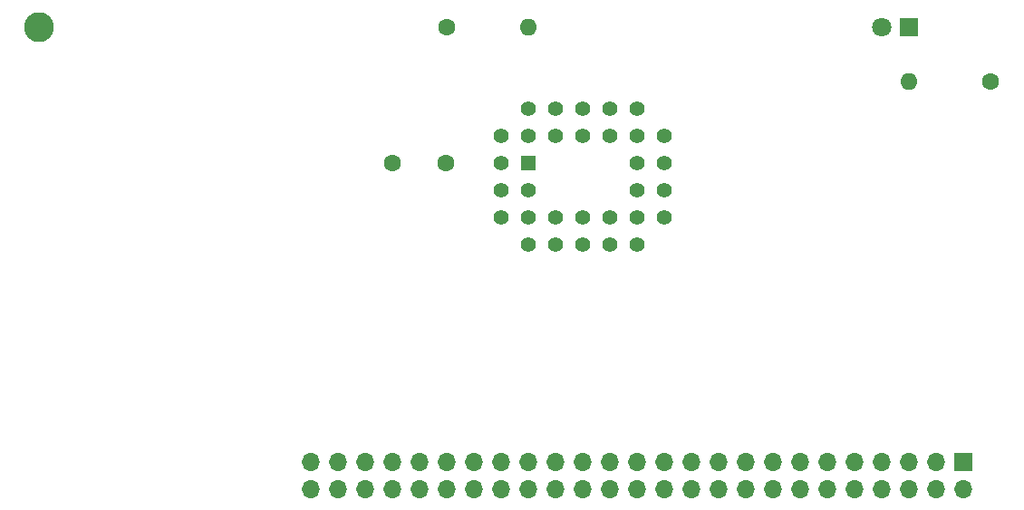
<source format=gbr>
%TF.GenerationSoftware,KiCad,Pcbnew,5.1.9*%
%TF.CreationDate,2020-12-27T17:53:17+01:00*%
%TF.ProjectId,ROM_29F040_PLCC_v1.0,524f4d5f-3239-4463-9034-305f504c4343,1.0*%
%TF.SameCoordinates,Original*%
%TF.FileFunction,Soldermask,Bot*%
%TF.FilePolarity,Negative*%
%FSLAX46Y46*%
G04 Gerber Fmt 4.6, Leading zero omitted, Abs format (unit mm)*
G04 Created by KiCad (PCBNEW 5.1.9) date 2020-12-27 17:53:17*
%MOMM*%
%LPD*%
G01*
G04 APERTURE LIST*
%ADD10C,1.422400*%
%ADD11R,1.422400X1.422400*%
%ADD12O,1.600000X1.600000*%
%ADD13C,1.600000*%
%ADD14C,2.800000*%
%ADD15O,1.700000X1.700000*%
%ADD16R,1.700000X1.700000*%
%ADD17C,1.800000*%
%ADD18R,1.800000X1.800000*%
G04 APERTURE END LIST*
D10*
%TO.C,U1*%
X117475000Y-89535000D03*
X120015000Y-89535000D03*
X122555000Y-89535000D03*
X125095000Y-89535000D03*
X120015000Y-92075000D03*
X122555000Y-92075000D03*
X125095000Y-92075000D03*
X127635000Y-92075000D03*
X130175000Y-92075000D03*
X130175000Y-94615000D03*
X130175000Y-97155000D03*
X130175000Y-99695000D03*
X127635000Y-89535000D03*
X127635000Y-94615000D03*
X127635000Y-97155000D03*
X127635000Y-99695000D03*
X127635000Y-102235000D03*
X125095000Y-102235000D03*
X122555000Y-102235000D03*
X120015000Y-102235000D03*
X117475000Y-102235000D03*
X125095000Y-99695000D03*
X122555000Y-99695000D03*
X120015000Y-99695000D03*
X117475000Y-99695000D03*
X114935000Y-92075000D03*
X114935000Y-94615000D03*
X114935000Y-99695000D03*
X114935000Y-97155000D03*
X117475000Y-92075000D03*
X117475000Y-97155000D03*
D11*
X117475000Y-94615000D03*
%TD*%
D12*
%TO.C,R2*%
X117475000Y-81915000D03*
D13*
X109855000Y-81915000D03*
%TD*%
%TO.C,C1*%
X109775000Y-94615000D03*
X104775000Y-94615000D03*
%TD*%
D14*
%TO.C,TP1*%
X71755000Y-81915000D03*
%TD*%
D12*
%TO.C,R1*%
X153035000Y-86995000D03*
D13*
X160655000Y-86995000D03*
%TD*%
D15*
%TO.C,J1*%
X97155000Y-125095000D03*
X97155000Y-122555000D03*
X99695000Y-125095000D03*
X99695000Y-122555000D03*
X102235000Y-125095000D03*
X102235000Y-122555000D03*
X104775000Y-125095000D03*
X104775000Y-122555000D03*
X107315000Y-125095000D03*
X107315000Y-122555000D03*
X109855000Y-125095000D03*
X109855000Y-122555000D03*
X112395000Y-125095000D03*
X112395000Y-122555000D03*
X114935000Y-125095000D03*
X114935000Y-122555000D03*
X117475000Y-125095000D03*
X117475000Y-122555000D03*
X120015000Y-125095000D03*
X120015000Y-122555000D03*
X122555000Y-125095000D03*
X122555000Y-122555000D03*
X125095000Y-125095000D03*
X125095000Y-122555000D03*
X127635000Y-125095000D03*
X127635000Y-122555000D03*
X130175000Y-125095000D03*
X130175000Y-122555000D03*
X132715000Y-125095000D03*
X132715000Y-122555000D03*
X135255000Y-125095000D03*
X135255000Y-122555000D03*
X137795000Y-125095000D03*
X137795000Y-122555000D03*
X140335000Y-125095000D03*
X140335000Y-122555000D03*
X142875000Y-125095000D03*
X142875000Y-122555000D03*
X145415000Y-125095000D03*
X145415000Y-122555000D03*
X147955000Y-125095000D03*
X147955000Y-122555000D03*
X150495000Y-125095000D03*
X150495000Y-122555000D03*
X153035000Y-125095000D03*
X153035000Y-122555000D03*
X155575000Y-125095000D03*
X155575000Y-122555000D03*
X158115000Y-125095000D03*
D16*
X158115000Y-122555000D03*
%TD*%
D17*
%TO.C,D1*%
X150495000Y-81915000D03*
D18*
X153035000Y-81915000D03*
%TD*%
M02*

</source>
